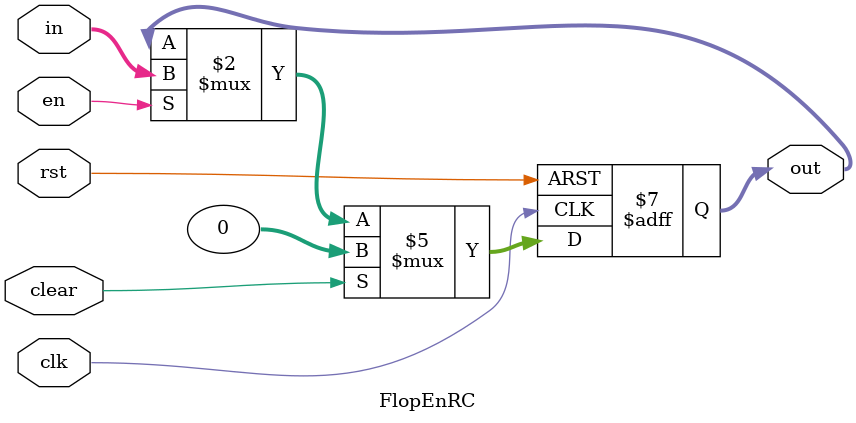
<source format=v>
`timescale 1ns / 1ps


module FlopEnRC #(parameter WIDTH = 32)(
        input wire clk,
        input wire rst,
        input wire en,
        input wire clear,
        input wire [WIDTH-1:0] in,
        output reg [WIDTH-1 :0] out
    );
    always @(posedge clk, posedge rst) begin
        if(rst) begin
            out <= {WIDTH{1'b0}};
        end
        else if (clear) begin
            out <= {WIDTH{1'b0}};
        end else if (en) begin
            out <= in;
        end
    end
endmodule

</source>
